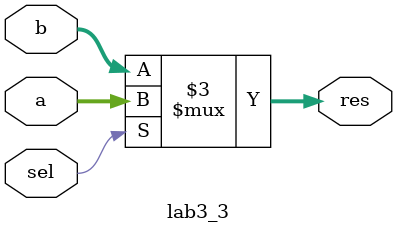
<source format=sv>
module lab3_3
#(parameter w = 4)
(
	input [w-1:0] a, b,
	input sel,
	output reg [w-1:0] res);


always @* begin
	if(sel)
		res = a;
	else
		res = b;
end

endmodule

</source>
